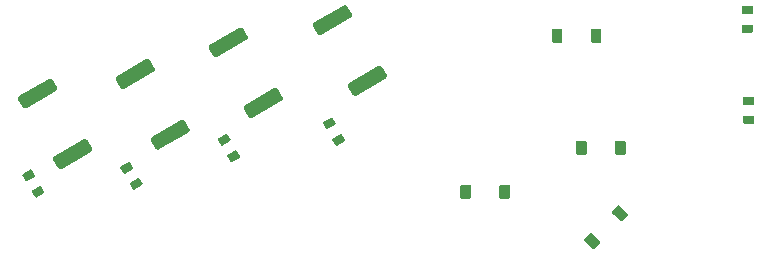
<source format=gbp>
G04 #@! TF.GenerationSoftware,KiCad,Pcbnew,7.0.9-7.0.9~ubuntu22.04.1*
G04 #@! TF.CreationDate,2023-12-29T01:41:11+00:00*
G04 #@! TF.ProjectId,uaeficopiedtovfr,75616566-6963-46f7-9069-6564746f7666,rev?*
G04 #@! TF.SameCoordinates,Original*
G04 #@! TF.FileFunction,Paste,Bot*
G04 #@! TF.FilePolarity,Positive*
%FSLAX46Y46*%
G04 Gerber Fmt 4.6, Leading zero omitted, Abs format (unit mm)*
G04 Created by KiCad (PCBNEW 7.0.9-7.0.9~ubuntu22.04.1) date 2023-12-29 01:41:11*
%MOMM*%
%LPD*%
G01*
G04 APERTURE LIST*
G04 APERTURE END LIST*
G04 #@! TO.C,R14*
G36*
G01*
X25446586Y47392646D02*
X22978414Y45967646D01*
G75*
G02*
X22636908Y46059152I-125000J216506D01*
G01*
X22274408Y46687020D01*
G75*
G02*
X22365914Y47028526I216506J125000D01*
G01*
X24834086Y48453526D01*
G75*
G02*
X25175592Y48362020I125000J-216506D01*
G01*
X25538092Y47734152D01*
G75*
G02*
X25446586Y47392646I-216506J-125000D01*
G01*
G37*
G36*
G01*
X22484086Y52523846D02*
X20015914Y51098846D01*
G75*
G02*
X19674408Y51190352I-125000J216506D01*
G01*
X19311908Y51818220D01*
G75*
G02*
X19403414Y52159726I216506J125000D01*
G01*
X21871586Y53584726D01*
G75*
G02*
X22213092Y53493220I125000J-216506D01*
G01*
X22575592Y52865352D01*
G75*
G02*
X22484086Y52523846I-216506J-125000D01*
G01*
G37*
G04 #@! TD*
G04 #@! TO.C,R12*
G36*
G01*
X34254775Y49279553D02*
X31786603Y47854553D01*
G75*
G02*
X31445097Y47946059I-125000J216506D01*
G01*
X31082597Y48573927D01*
G75*
G02*
X31174103Y48915433I216506J125000D01*
G01*
X33642275Y50340433D01*
G75*
G02*
X33983781Y50248927I125000J-216506D01*
G01*
X34346281Y49621059D01*
G75*
G02*
X34254775Y49279553I-216506J-125000D01*
G01*
G37*
G36*
G01*
X31292275Y54410753D02*
X28824103Y52985753D01*
G75*
G02*
X28482597Y53077259I-125000J216506D01*
G01*
X28120097Y53705127D01*
G75*
G02*
X28211603Y54046633I216506J125000D01*
G01*
X30679775Y55471633D01*
G75*
G02*
X31021281Y55380127I125000J-216506D01*
G01*
X31383781Y54752259D01*
G75*
G02*
X31292275Y54410753I-216506J-125000D01*
G01*
G37*
G04 #@! TD*
G04 #@! TO.C,R15*
G36*
G01*
X13662750Y40249071D02*
X12987250Y39859071D01*
G75*
G02*
X12891628Y39884693I-35000J60622D01*
G01*
X12611628Y40369667D01*
G75*
G02*
X12637250Y40465289I60622J35000D01*
G01*
X13312750Y40855289D01*
G75*
G02*
X13408372Y40829667I35000J-60622D01*
G01*
X13688372Y40344693D01*
G75*
G02*
X13662750Y40249071I-60622J-35000D01*
G01*
G37*
G36*
G01*
X12862750Y41634711D02*
X12187250Y41244711D01*
G75*
G02*
X12091628Y41270333I-35000J60622D01*
G01*
X11811628Y41755307D01*
G75*
G02*
X11837250Y41850929I60622J35000D01*
G01*
X12512750Y42240929D01*
G75*
G02*
X12608372Y42215307I35000J-60622D01*
G01*
X12888372Y41730333D01*
G75*
G02*
X12862750Y41634711I-60622J-35000D01*
G01*
G37*
G04 #@! TD*
G04 #@! TO.C,D2*
G36*
G01*
X52545000Y53435000D02*
X52545000Y52415000D01*
G75*
G02*
X52455000Y52325000I-90000J0D01*
G01*
X51735000Y52325000D01*
G75*
G02*
X51645000Y52415000I0J90000D01*
G01*
X51645000Y53435000D01*
G75*
G02*
X51735000Y53525000I90000J0D01*
G01*
X52455000Y53525000D01*
G75*
G02*
X52545000Y53435000I0J-90000D01*
G01*
G37*
G36*
G01*
X49245000Y53435000D02*
X49245000Y52415000D01*
G75*
G02*
X49155000Y52325000I-90000J0D01*
G01*
X48435000Y52325000D01*
G75*
G02*
X48345000Y52415000I0J90000D01*
G01*
X48345000Y53435000D01*
G75*
G02*
X48435000Y53525000I90000J0D01*
G01*
X49155000Y53525000D01*
G75*
G02*
X49245000Y53435000I0J-90000D01*
G01*
G37*
G04 #@! TD*
G04 #@! TO.C,D5*
G36*
G01*
X54062168Y38558417D02*
X54783417Y37837168D01*
G75*
G02*
X54783417Y37709888I-63640J-63640D01*
G01*
X54274300Y37200771D01*
G75*
G02*
X54147020Y37200771I-63640J63640D01*
G01*
X53425771Y37922020D01*
G75*
G02*
X53425771Y38049300I63640J63640D01*
G01*
X53934888Y38558417D01*
G75*
G02*
X54062168Y38558417I63640J-63640D01*
G01*
G37*
G36*
G01*
X51728716Y36224965D02*
X52449965Y35503716D01*
G75*
G02*
X52449965Y35376436I-63640J-63640D01*
G01*
X51940848Y34867319D01*
G75*
G02*
X51813568Y34867319I-63640J63640D01*
G01*
X51092319Y35588568D01*
G75*
G02*
X51092319Y35715848I63640J63640D01*
G01*
X51601436Y36224965D01*
G75*
G02*
X51728716Y36224965I63640J-63640D01*
G01*
G37*
G04 #@! TD*
G04 #@! TO.C,R30*
G36*
G01*
X65290000Y53150000D02*
X64510000Y53150000D01*
G75*
G02*
X64440000Y53220000I0J70000D01*
G01*
X64440000Y53780000D01*
G75*
G02*
X64510000Y53850000I70000J0D01*
G01*
X65290000Y53850000D01*
G75*
G02*
X65360000Y53780000I0J-70000D01*
G01*
X65360000Y53220000D01*
G75*
G02*
X65290000Y53150000I-70000J0D01*
G01*
G37*
G36*
G01*
X65290000Y54750000D02*
X64510000Y54750000D01*
G75*
G02*
X64440000Y54820000I0J70000D01*
G01*
X64440000Y55380000D01*
G75*
G02*
X64510000Y55450000I70000J0D01*
G01*
X65290000Y55450000D01*
G75*
G02*
X65360000Y55380000I0J-70000D01*
G01*
X65360000Y54820000D01*
G75*
G02*
X65290000Y54750000I-70000J0D01*
G01*
G37*
G04 #@! TD*
G04 #@! TO.C,R9*
G36*
G01*
X30812750Y43999071D02*
X30137250Y43609071D01*
G75*
G02*
X30041628Y43634693I-35000J60622D01*
G01*
X29761628Y44119667D01*
G75*
G02*
X29787250Y44215289I60622J35000D01*
G01*
X30462750Y44605289D01*
G75*
G02*
X30558372Y44579667I35000J-60622D01*
G01*
X30838372Y44094693D01*
G75*
G02*
X30812750Y43999071I-60622J-35000D01*
G01*
G37*
G36*
G01*
X30012750Y45384711D02*
X29337250Y44994711D01*
G75*
G02*
X29241628Y45020333I-35000J60622D01*
G01*
X28961628Y45505307D01*
G75*
G02*
X28987250Y45600929I60622J35000D01*
G01*
X29662750Y45990929D01*
G75*
G02*
X29758372Y45965307I35000J-60622D01*
G01*
X30038372Y45480333D01*
G75*
G02*
X30012750Y45384711I-60622J-35000D01*
G01*
G37*
G04 #@! TD*
G04 #@! TO.C,R18*
G36*
G01*
X17571586Y44716460D02*
X15103414Y43291460D01*
G75*
G02*
X14761908Y43382966I-125000J216506D01*
G01*
X14399408Y44010834D01*
G75*
G02*
X14490914Y44352340I216506J125000D01*
G01*
X16959086Y45777340D01*
G75*
G02*
X17300592Y45685834I125000J-216506D01*
G01*
X17663092Y45057966D01*
G75*
G02*
X17571586Y44716460I-216506J-125000D01*
G01*
G37*
G36*
G01*
X14609086Y49847660D02*
X12140914Y48422660D01*
G75*
G02*
X11799408Y48514166I-125000J216506D01*
G01*
X11436908Y49142034D01*
G75*
G02*
X11528414Y49483540I216506J125000D01*
G01*
X13996586Y50908540D01*
G75*
G02*
X14338092Y50817034I125000J-216506D01*
G01*
X14700592Y50189166D01*
G75*
G02*
X14609086Y49847660I-216506J-125000D01*
G01*
G37*
G04 #@! TD*
G04 #@! TO.C,R29*
G36*
G01*
X65390000Y45450000D02*
X64610000Y45450000D01*
G75*
G02*
X64540000Y45520000I0J70000D01*
G01*
X64540000Y46080000D01*
G75*
G02*
X64610000Y46150000I70000J0D01*
G01*
X65390000Y46150000D01*
G75*
G02*
X65460000Y46080000I0J-70000D01*
G01*
X65460000Y45520000D01*
G75*
G02*
X65390000Y45450000I-70000J0D01*
G01*
G37*
G36*
G01*
X65390000Y47050000D02*
X64610000Y47050000D01*
G75*
G02*
X64540000Y47120000I0J70000D01*
G01*
X64540000Y47680000D01*
G75*
G02*
X64610000Y47750000I70000J0D01*
G01*
X65390000Y47750000D01*
G75*
G02*
X65460000Y47680000I0J-70000D01*
G01*
X65460000Y47120000D01*
G75*
G02*
X65390000Y47050000I-70000J0D01*
G01*
G37*
G04 #@! TD*
G04 #@! TO.C,D3*
G36*
G01*
X54600000Y43935000D02*
X54600000Y42915000D01*
G75*
G02*
X54510000Y42825000I-90000J0D01*
G01*
X53790000Y42825000D01*
G75*
G02*
X53700000Y42915000I0J90000D01*
G01*
X53700000Y43935000D01*
G75*
G02*
X53790000Y44025000I90000J0D01*
G01*
X54510000Y44025000D01*
G75*
G02*
X54600000Y43935000I0J-90000D01*
G01*
G37*
G36*
G01*
X51300000Y43935000D02*
X51300000Y42915000D01*
G75*
G02*
X51210000Y42825000I-90000J0D01*
G01*
X50490000Y42825000D01*
G75*
G02*
X50400000Y42915000I0J90000D01*
G01*
X50400000Y43935000D01*
G75*
G02*
X50490000Y44025000I90000J0D01*
G01*
X51210000Y44025000D01*
G75*
G02*
X51300000Y43935000I0J-90000D01*
G01*
G37*
G04 #@! TD*
G04 #@! TO.C,D4*
G36*
G01*
X44795000Y40210000D02*
X44795000Y39190000D01*
G75*
G02*
X44705000Y39100000I-90000J0D01*
G01*
X43985000Y39100000D01*
G75*
G02*
X43895000Y39190000I0J90000D01*
G01*
X43895000Y40210000D01*
G75*
G02*
X43985000Y40300000I90000J0D01*
G01*
X44705000Y40300000D01*
G75*
G02*
X44795000Y40210000I0J-90000D01*
G01*
G37*
G36*
G01*
X41495000Y40210000D02*
X41495000Y39190000D01*
G75*
G02*
X41405000Y39100000I-90000J0D01*
G01*
X40685000Y39100000D01*
G75*
G02*
X40595000Y39190000I0J90000D01*
G01*
X40595000Y40210000D01*
G75*
G02*
X40685000Y40300000I90000J0D01*
G01*
X41405000Y40300000D01*
G75*
G02*
X41495000Y40210000I0J-90000D01*
G01*
G37*
G04 #@! TD*
G04 #@! TO.C,R10*
G36*
G01*
X5362750Y39599071D02*
X4687250Y39209071D01*
G75*
G02*
X4591628Y39234693I-35000J60622D01*
G01*
X4311628Y39719667D01*
G75*
G02*
X4337250Y39815289I60622J35000D01*
G01*
X5012750Y40205289D01*
G75*
G02*
X5108372Y40179667I35000J-60622D01*
G01*
X5388372Y39694693D01*
G75*
G02*
X5362750Y39599071I-60622J-35000D01*
G01*
G37*
G36*
G01*
X4562750Y40984711D02*
X3887250Y40594711D01*
G75*
G02*
X3791628Y40620333I-35000J60622D01*
G01*
X3511628Y41105307D01*
G75*
G02*
X3537250Y41200929I60622J35000D01*
G01*
X4212750Y41590929D01*
G75*
G02*
X4308372Y41565307I35000J-60622D01*
G01*
X4588372Y41080333D01*
G75*
G02*
X4562750Y40984711I-60622J-35000D01*
G01*
G37*
G04 #@! TD*
G04 #@! TO.C,R13*
G36*
G01*
X9313397Y43079553D02*
X6845225Y41654553D01*
G75*
G02*
X6503719Y41746059I-125000J216506D01*
G01*
X6141219Y42373927D01*
G75*
G02*
X6232725Y42715433I216506J125000D01*
G01*
X8700897Y44140433D01*
G75*
G02*
X9042403Y44048927I125000J-216506D01*
G01*
X9404903Y43421059D01*
G75*
G02*
X9313397Y43079553I-216506J-125000D01*
G01*
G37*
G36*
G01*
X6350897Y48210753D02*
X3882725Y46785753D01*
G75*
G02*
X3541219Y46877259I-125000J216506D01*
G01*
X3178719Y47505127D01*
G75*
G02*
X3270225Y47846633I216506J125000D01*
G01*
X5738397Y49271633D01*
G75*
G02*
X6079903Y49180127I125000J-216506D01*
G01*
X6442403Y48552259D01*
G75*
G02*
X6350897Y48210753I-216506J-125000D01*
G01*
G37*
G04 #@! TD*
G04 #@! TO.C,R11*
G36*
G01*
X21912750Y42599071D02*
X21237250Y42209071D01*
G75*
G02*
X21141628Y42234693I-35000J60622D01*
G01*
X20861628Y42719667D01*
G75*
G02*
X20887250Y42815289I60622J35000D01*
G01*
X21562750Y43205289D01*
G75*
G02*
X21658372Y43179667I35000J-60622D01*
G01*
X21938372Y42694693D01*
G75*
G02*
X21912750Y42599071I-60622J-35000D01*
G01*
G37*
G36*
G01*
X21112750Y43984711D02*
X20437250Y43594711D01*
G75*
G02*
X20341628Y43620333I-35000J60622D01*
G01*
X20061628Y44105307D01*
G75*
G02*
X20087250Y44200929I60622J35000D01*
G01*
X20762750Y44590929D01*
G75*
G02*
X20858372Y44565307I35000J-60622D01*
G01*
X21138372Y44080333D01*
G75*
G02*
X21112750Y43984711I-60622J-35000D01*
G01*
G37*
G04 #@! TD*
M02*

</source>
